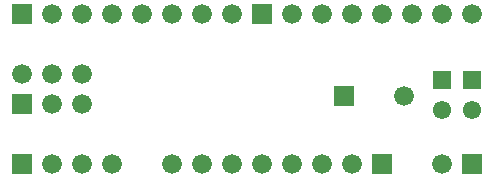
<source format=gbr>
G04 start of page 7 for group -4062 idx -4062 *
G04 Title: (unknown), soldermask *
G04 Creator: pcb 20110918 *
G04 CreationDate: Tue Aug  6 21:11:03 2013 UTC *
G04 For: mokus *
G04 Format: Gerber/RS-274X *
G04 PCB-Dimensions: 170000 70000 *
G04 PCB-Coordinate-Origin: lower left *
%MOIN*%
%FSLAX25Y25*%
%LNBOTTOMMASK*%
%ADD102C,0.0610*%
%ADD101C,0.0001*%
%ADD100C,0.0660*%
G54D100*X120000Y60000D03*
X130000D03*
X140000D03*
X150000D03*
X160000D03*
G54D101*G36*
X156700Y13300D02*Y6700D01*
X163300D01*
Y13300D01*
X156700D01*
G37*
G36*
X156950Y41036D02*Y34936D01*
X163050D01*
Y41036D01*
X156950D01*
G37*
G54D102*X160000Y27986D03*
G54D100*X150000Y10000D03*
G54D101*G36*
X126700Y13300D02*Y6700D01*
X133300D01*
Y13300D01*
X126700D01*
G37*
G54D100*X120000Y10000D03*
X110000D03*
X100000D03*
G54D101*G36*
X114200Y35800D02*Y29200D01*
X120800D01*
Y35800D01*
X114200D01*
G37*
G54D100*X137500Y32500D03*
G54D101*G36*
X146950Y41050D02*Y34950D01*
X153050D01*
Y41050D01*
X146950D01*
G37*
G54D102*X150000Y28000D03*
G54D101*G36*
X86700Y63300D02*Y56700D01*
X93300D01*
Y63300D01*
X86700D01*
G37*
G54D100*X100000Y60000D03*
X110000D03*
X80000D03*
G54D101*G36*
X6700Y63300D02*Y56700D01*
X13300D01*
Y63300D01*
X6700D01*
G37*
G54D100*X20000Y60000D03*
X30000D03*
X40000D03*
X50000D03*
X60000D03*
X70000D03*
X90000Y10000D03*
X80000D03*
X70000D03*
X60000D03*
X40000D03*
G54D101*G36*
X6700Y13300D02*Y6700D01*
X13300D01*
Y13300D01*
X6700D01*
G37*
G54D100*X20000Y10000D03*
X30000D03*
G54D101*G36*
X6700Y33300D02*Y26700D01*
X13300D01*
Y33300D01*
X6700D01*
G37*
G54D100*X20000Y30000D03*
X30000D03*
X10000Y40000D03*
X20000D03*
X30000D03*
M02*

</source>
